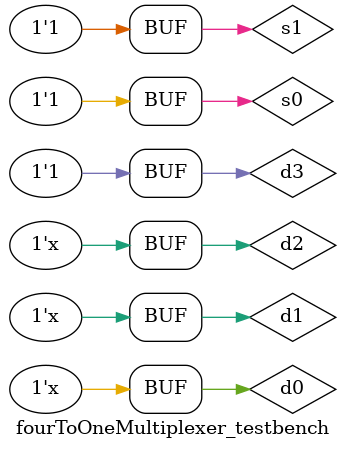
<source format=sv>
`timescale 1ns / 1ps


module fourToOneMultiplexer_testbench();
logic s1, s0, d0, d1, d2, d3;
logic y;

fourToOneMultiplexer dut(s1, s0, d0, d1, d2, d3, y);

// apply inputs one at a time
 initial begin
s1 = 0; s0 = 0; d0 = 0; #10;
d0 = 1; #10;

d0 = 1'bx; d2 = 1'bx; d3 = 1'bx;
s0 = 1; d1 = 0; #10;
d1 = 1;#10;

d0 = 1'bx; d1 = 1'bx; d3 = 1'bx; 
s1 = 1; s0 = 0; d2 = 0; #10;
d2 = 1;#10;

d0 = 1'bx; d1 = 1'bx; d2 = 1'bx; 
s0 = 1; d3 = 0; #10;
d3 = 1; #10;

end
endmodule

</source>
